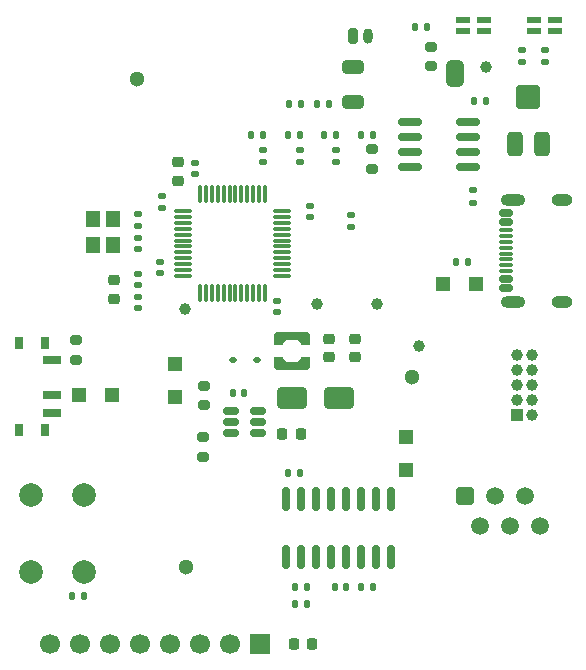
<source format=gbr>
%TF.GenerationSoftware,KiCad,Pcbnew,9.0.1*%
%TF.CreationDate,2025-05-06T23:24:01+02:00*%
%TF.ProjectId,reader,72656164-6572-42e6-9b69-6361645f7063,1.0*%
%TF.SameCoordinates,Original*%
%TF.FileFunction,Soldermask,Top*%
%TF.FilePolarity,Negative*%
%FSLAX46Y46*%
G04 Gerber Fmt 4.6, Leading zero omitted, Abs format (unit mm)*
G04 Created by KiCad (PCBNEW 9.0.1) date 2025-05-06 23:24:01*
%MOMM*%
%LPD*%
G01*
G04 APERTURE LIST*
G04 Aperture macros list*
%AMRoundRect*
0 Rectangle with rounded corners*
0 $1 Rounding radius*
0 $2 $3 $4 $5 $6 $7 $8 $9 X,Y pos of 4 corners*
0 Add a 4 corners polygon primitive as box body*
4,1,4,$2,$3,$4,$5,$6,$7,$8,$9,$2,$3,0*
0 Add four circle primitives for the rounded corners*
1,1,$1+$1,$2,$3*
1,1,$1+$1,$4,$5*
1,1,$1+$1,$6,$7*
1,1,$1+$1,$8,$9*
0 Add four rect primitives between the rounded corners*
20,1,$1+$1,$2,$3,$4,$5,0*
20,1,$1+$1,$4,$5,$6,$7,0*
20,1,$1+$1,$6,$7,$8,$9,0*
20,1,$1+$1,$8,$9,$2,$3,0*%
%AMFreePoly0*
4,1,11,0.760000,0.825000,0.380000,0.510000,0.380000,-0.510000,0.760000,-0.825000,0.760000,-1.525000,-0.125000,-1.525000,-0.380000,-1.270000,-0.380000,1.270000,-0.125000,1.525000,0.760000,1.525000,0.760000,0.825000,0.760000,0.825000,$1*%
%AMFreePoly1*
4,1,23,0.500000,-0.750000,0.000000,-0.750000,0.000000,-0.745722,-0.065263,-0.745722,-0.191342,-0.711940,-0.304381,-0.646677,-0.396677,-0.554381,-0.461940,-0.441342,-0.495722,-0.315263,-0.495722,-0.250000,-0.500000,-0.250000,-0.500000,0.250000,-0.495722,0.250000,-0.495722,0.315263,-0.461940,0.441342,-0.396677,0.554381,-0.304381,0.646677,-0.191342,0.711940,-0.065263,0.745722,0.000000,0.745722,
0.000000,0.750000,0.500000,0.750000,0.500000,-0.750000,0.500000,-0.750000,$1*%
%AMFreePoly2*
4,1,23,0.000000,0.745722,0.065263,0.745722,0.191342,0.711940,0.304381,0.646677,0.396677,0.554381,0.461940,0.441342,0.495722,0.315263,0.495722,0.250000,0.500000,0.250000,0.500000,-0.250000,0.495722,-0.250000,0.495722,-0.315263,0.461940,-0.441342,0.396677,-0.554381,0.304381,-0.646677,0.191342,-0.711940,0.065263,-0.745722,0.000000,-0.745722,0.000000,-0.750000,-0.500000,-0.750000,
-0.500000,0.750000,0.000000,0.750000,0.000000,0.745722,0.000000,0.745722,$1*%
G04 Aperture macros list end*
%ADD10RoundRect,0.140000X-0.140000X-0.170000X0.140000X-0.170000X0.140000X0.170000X-0.140000X0.170000X0*%
%ADD11RoundRect,0.140000X-0.170000X0.140000X-0.170000X-0.140000X0.170000X-0.140000X0.170000X0.140000X0*%
%ADD12R,1.200000X1.200000*%
%ADD13RoundRect,0.225000X-0.225000X-0.250000X0.225000X-0.250000X0.225000X0.250000X-0.225000X0.250000X0*%
%ADD14RoundRect,0.135000X0.185000X-0.135000X0.185000X0.135000X-0.185000X0.135000X-0.185000X-0.135000X0*%
%ADD15RoundRect,0.200000X-0.275000X0.200000X-0.275000X-0.200000X0.275000X-0.200000X0.275000X0.200000X0*%
%ADD16RoundRect,0.200000X-0.200000X-0.450000X0.200000X-0.450000X0.200000X0.450000X-0.200000X0.450000X0*%
%ADD17O,0.800000X1.300000*%
%ADD18R,1.200000X0.600000*%
%ADD19RoundRect,0.140000X0.170000X-0.140000X0.170000X0.140000X-0.170000X0.140000X-0.170000X-0.140000X0*%
%ADD20RoundRect,0.150000X0.425000X-0.150000X0.425000X0.150000X-0.425000X0.150000X-0.425000X-0.150000X0*%
%ADD21RoundRect,0.075000X0.500000X-0.075000X0.500000X0.075000X-0.500000X0.075000X-0.500000X-0.075000X0*%
%ADD22O,2.100000X1.000000*%
%ADD23O,1.800000X1.000000*%
%ADD24RoundRect,0.250000X0.650000X-0.325000X0.650000X0.325000X-0.650000X0.325000X-0.650000X-0.325000X0*%
%ADD25RoundRect,0.250000X0.400000X0.750000X-0.400000X0.750000X-0.400000X-0.750000X0.400000X-0.750000X0*%
%ADD26RoundRect,0.250000X0.750000X0.750000X-0.750000X0.750000X-0.750000X-0.750000X0.750000X-0.750000X0*%
%ADD27C,1.300000*%
%ADD28RoundRect,0.200000X0.275000X-0.200000X0.275000X0.200000X-0.275000X0.200000X-0.275000X-0.200000X0*%
%ADD29RoundRect,0.150000X0.825000X0.150000X-0.825000X0.150000X-0.825000X-0.150000X0.825000X-0.150000X0*%
%ADD30R,0.800000X1.000000*%
%ADD31R,1.500000X0.700000*%
%ADD32FreePoly0,90.000000*%
%ADD33FreePoly0,270.000000*%
%ADD34C,2.000000*%
%ADD35RoundRect,0.135000X-0.135000X-0.185000X0.135000X-0.185000X0.135000X0.185000X-0.135000X0.185000X0*%
%ADD36RoundRect,0.140000X0.140000X0.170000X-0.140000X0.170000X-0.140000X-0.170000X0.140000X-0.170000X0*%
%ADD37C,1.000000*%
%ADD38FreePoly1,90.000000*%
%ADD39FreePoly2,90.000000*%
%ADD40RoundRect,0.225000X0.250000X-0.225000X0.250000X0.225000X-0.250000X0.225000X-0.250000X-0.225000X0*%
%ADD41RoundRect,0.225000X-0.250000X0.225000X-0.250000X-0.225000X0.250000X-0.225000X0.250000X0.225000X0*%
%ADD42R,1.200000X1.400000*%
%ADD43RoundRect,0.135000X-0.185000X0.135000X-0.185000X-0.135000X0.185000X-0.135000X0.185000X0.135000X0*%
%ADD44R,1.000000X1.000000*%
%ADD45RoundRect,0.112500X-0.187500X-0.112500X0.187500X-0.112500X0.187500X0.112500X-0.187500X0.112500X0*%
%ADD46RoundRect,0.250000X-1.000000X-0.650000X1.000000X-0.650000X1.000000X0.650000X-1.000000X0.650000X0*%
%ADD47R,1.700000X1.700000*%
%ADD48C,1.700000*%
%ADD49RoundRect,0.218750X-0.256250X0.218750X-0.256250X-0.218750X0.256250X-0.218750X0.256250X0.218750X0*%
%ADD50RoundRect,0.135000X0.135000X0.185000X-0.135000X0.185000X-0.135000X-0.185000X0.135000X-0.185000X0*%
%ADD51RoundRect,0.150000X0.150000X-0.825000X0.150000X0.825000X-0.150000X0.825000X-0.150000X-0.825000X0*%
%ADD52RoundRect,0.150000X-0.512500X-0.150000X0.512500X-0.150000X0.512500X0.150000X-0.512500X0.150000X0*%
%ADD53RoundRect,0.075000X-0.662500X-0.075000X0.662500X-0.075000X0.662500X0.075000X-0.662500X0.075000X0*%
%ADD54RoundRect,0.075000X-0.075000X-0.662500X0.075000X-0.662500X0.075000X0.662500X-0.075000X0.662500X0*%
%ADD55RoundRect,0.250000X-0.510000X-0.510000X0.510000X-0.510000X0.510000X0.510000X-0.510000X0.510000X0*%
%ADD56C,1.520000*%
G04 APERTURE END LIST*
%TO.C,JP1*%
G36*
X170090000Y-33640000D02*
G01*
X171590000Y-33640000D01*
X171590000Y-33340000D01*
X170090000Y-33340000D01*
X170090000Y-33640000D01*
G37*
%TD*%
D10*
%TO.C,C19*%
X156720000Y-67300000D03*
X157680000Y-67300000D03*
%TD*%
D11*
%TO.C,C26*%
X160800000Y-40000000D03*
X160800000Y-40960000D03*
%TD*%
D12*
%TO.C,D4*%
X169800000Y-51300000D03*
X172600000Y-51300000D03*
%TD*%
D13*
%TO.C,C12*%
X156225000Y-64000000D03*
X157775000Y-64000000D03*
%TD*%
D14*
%TO.C,R7*%
X178500000Y-32510000D03*
X178500000Y-31490000D03*
%TD*%
D15*
%TO.C,R8*%
X149550000Y-59917500D03*
X149550000Y-61567500D03*
%TD*%
D16*
%TO.C,SP_Conn1*%
X162200000Y-30300000D03*
D17*
X163450000Y-30300000D03*
%TD*%
D18*
%TO.C,LED1*%
X171494400Y-29876600D03*
X173294400Y-29876600D03*
X173294400Y-28926600D03*
X171494400Y-28926600D03*
%TD*%
D19*
%TO.C,C7*%
X146000000Y-44850000D03*
X146000000Y-43890000D03*
%TD*%
D20*
%TO.C,USB-C1*%
X175150000Y-51690000D03*
X175150000Y-50890000D03*
D21*
X175150000Y-49740000D03*
X175150000Y-48740000D03*
X175150000Y-48240000D03*
X175150000Y-47240000D03*
D20*
X175150000Y-46090000D03*
X175150000Y-45290000D03*
X175150000Y-45290000D03*
X175150000Y-46090000D03*
D21*
X175150000Y-46740000D03*
X175150000Y-47740000D03*
X175150000Y-49240000D03*
X175150000Y-50240000D03*
D20*
X175150000Y-50890000D03*
X175150000Y-51690000D03*
D22*
X175725000Y-52810000D03*
D23*
X179905000Y-52810000D03*
D22*
X175725000Y-44170000D03*
D23*
X179905000Y-44170000D03*
%TD*%
D24*
%TO.C,C9*%
X162200000Y-35900000D03*
X162200000Y-32950000D03*
%TD*%
D25*
%TO.C,R2*%
X175900000Y-39500000D03*
D26*
X177050000Y-35500000D03*
D25*
X178200000Y-39500000D03*
%TD*%
D27*
%TO.C,H2*%
X167170000Y-59230000D03*
%TD*%
D28*
%TO.C,R9*%
X149540000Y-65925000D03*
X149540000Y-64275000D03*
%TD*%
D12*
%TO.C,D1*%
X147096000Y-60926000D03*
X147096000Y-58126000D03*
%TD*%
D29*
%TO.C,U1*%
X171965898Y-41405707D03*
X171965898Y-40135707D03*
X171965898Y-38865707D03*
X171965898Y-37595707D03*
X167015898Y-37595707D03*
X167015898Y-38865707D03*
X167015898Y-40135707D03*
X167015898Y-41405707D03*
%TD*%
D13*
%TO.C,C23*%
X157225000Y-81800000D03*
X158775000Y-81800000D03*
%TD*%
D30*
%TO.C,BOOT1*%
X136110000Y-56350000D03*
X133900000Y-56350000D03*
X136110000Y-63650000D03*
X133900000Y-63650000D03*
D31*
X136760000Y-57750000D03*
X136760000Y-60750000D03*
X136760000Y-62250000D03*
%TD*%
D10*
%TO.C,C20*%
X160640000Y-77000000D03*
X161600000Y-77000000D03*
%TD*%
D18*
%TO.C,LED2*%
X177514200Y-29876600D03*
X179314200Y-29876600D03*
X179314200Y-28926600D03*
X177514200Y-28926600D03*
%TD*%
D32*
%TO.C,L1*%
X157000000Y-58270000D03*
D33*
X157000000Y-55730000D03*
%TD*%
D14*
%TO.C,R11*%
X162000000Y-46510000D03*
X162000000Y-45490000D03*
%TD*%
D34*
%TO.C,RESET1*%
X139400000Y-69200000D03*
X139400000Y-75700000D03*
X134900000Y-69200000D03*
X134900000Y-75700000D03*
%TD*%
D35*
%TO.C,R12*%
X170930000Y-49450000D03*
X171950000Y-49450000D03*
%TD*%
D27*
%TO.C,H3*%
X148100000Y-75300000D03*
%TD*%
D12*
%TO.C,D6*%
X139020000Y-60750000D03*
X141820000Y-60750000D03*
%TD*%
D11*
%TO.C,C13*%
X144000000Y-52400000D03*
X144000000Y-53360000D03*
%TD*%
D15*
%TO.C,R10*%
X138790200Y-56071600D03*
X138790200Y-57721600D03*
%TD*%
D19*
%TO.C,C10*%
X145830000Y-50410000D03*
X145830000Y-49450000D03*
%TD*%
D28*
%TO.C,R5*%
X168770000Y-32880000D03*
X168770000Y-31230000D03*
%TD*%
D36*
%TO.C,C16*%
X139400000Y-77750000D03*
X138440000Y-77750000D03*
%TD*%
D37*
%TO.C,TP1*%
X159150000Y-53030000D03*
%TD*%
D35*
%TO.C,R1*%
X172450000Y-35820000D03*
X173470000Y-35820000D03*
%TD*%
D19*
%TO.C,C4*%
X144000000Y-48370000D03*
X144000000Y-47410000D03*
%TD*%
D38*
%TO.C,JP1*%
X170840000Y-34140000D03*
D39*
X170840000Y-32840000D03*
%TD*%
D37*
%TO.C,TP3*%
X173430000Y-32910000D03*
%TD*%
D40*
%TO.C,C2*%
X147400000Y-42575000D03*
X147400000Y-41025000D03*
%TD*%
D27*
%TO.C,H1*%
X143900153Y-33950000D03*
%TD*%
D41*
%TO.C,C15*%
X162350000Y-55950000D03*
X162350000Y-57500000D03*
%TD*%
D19*
%TO.C,C6*%
X148800000Y-42002671D03*
X148800000Y-41042671D03*
%TD*%
%TO.C,C1*%
X144000000Y-46370000D03*
X144000000Y-45410000D03*
%TD*%
D14*
%TO.C,R6*%
X176500000Y-32520000D03*
X176500000Y-31500000D03*
%TD*%
D35*
%TO.C,R14*%
X153580000Y-38700000D03*
X154600000Y-38700000D03*
%TD*%
D11*
%TO.C,C3*%
X155750000Y-52770000D03*
X155750000Y-53730000D03*
%TD*%
D42*
%TO.C,Y1*%
X140150000Y-45790000D03*
X140150000Y-47990000D03*
X141850000Y-47990000D03*
X141850000Y-45790000D03*
%TD*%
D10*
%TO.C,C18*%
X157320000Y-78400000D03*
X158280000Y-78400000D03*
%TD*%
D43*
%TO.C,R13*%
X172400000Y-43400000D03*
X172400000Y-44420000D03*
%TD*%
D11*
%TO.C,C25*%
X157700000Y-40000000D03*
X157700000Y-40960000D03*
%TD*%
%TO.C,C5*%
X158580000Y-44690000D03*
X158580000Y-45650000D03*
%TD*%
D44*
%TO.C,SWD1*%
X176070000Y-62410000D03*
D37*
X177340000Y-62410000D03*
X176070000Y-61140000D03*
X177340000Y-61140000D03*
X176070000Y-59870000D03*
X177340000Y-59870000D03*
X176070000Y-58600000D03*
X177340000Y-58600000D03*
X176070000Y-57330000D03*
X177340000Y-57330000D03*
%TD*%
D45*
%TO.C,D3*%
X152010000Y-57740000D03*
X154110000Y-57740000D03*
%TD*%
D11*
%TO.C,C11*%
X144000000Y-50440000D03*
X144000000Y-51400000D03*
%TD*%
D46*
%TO.C,D2*%
X157000000Y-61000000D03*
X161000000Y-61000000D03*
%TD*%
D41*
%TO.C,C17*%
X160150000Y-55950000D03*
X160150000Y-57500000D03*
%TD*%
D11*
%TO.C,C24*%
X154590000Y-40000000D03*
X154590000Y-40960000D03*
%TD*%
D10*
%TO.C,C14*%
X152010000Y-60570000D03*
X152970000Y-60570000D03*
%TD*%
D47*
%TO.C,RC522*%
X154370000Y-81800000D03*
D48*
X151830000Y-81800000D03*
X149290000Y-81800000D03*
X146750000Y-81800000D03*
X144210000Y-81800000D03*
X141670000Y-81800000D03*
X139130000Y-81800000D03*
X136590000Y-81800000D03*
%TD*%
D10*
%TO.C,C22*%
X162920000Y-77000000D03*
X163880000Y-77000000D03*
%TD*%
D49*
%TO.C,FB1*%
X142000000Y-51012500D03*
X142000000Y-52587500D03*
%TD*%
D50*
%TO.C,R3*%
X157835000Y-36100000D03*
X156815000Y-36100000D03*
%TD*%
D28*
%TO.C,R17*%
X163850000Y-41575000D03*
X163850000Y-39925000D03*
%TD*%
D51*
%TO.C,U4*%
X156555000Y-74475000D03*
X157825000Y-74475000D03*
X159095000Y-74475000D03*
X160365000Y-74475000D03*
X161635000Y-74475000D03*
X162905000Y-74475000D03*
X164175000Y-74475000D03*
X165445000Y-74475000D03*
X165445000Y-69525000D03*
X164175000Y-69525000D03*
X162905000Y-69525000D03*
X161635000Y-69525000D03*
X160365000Y-69525000D03*
X159095000Y-69525000D03*
X157825000Y-69525000D03*
X156555000Y-69525000D03*
%TD*%
D10*
%TO.C,C27*%
X162910000Y-38690000D03*
X163870000Y-38690000D03*
%TD*%
D52*
%TO.C,U3*%
X151862500Y-62050000D03*
X151862500Y-63000000D03*
X151862500Y-63950000D03*
X154137500Y-63950000D03*
X154137500Y-63000000D03*
X154137500Y-62050000D03*
%TD*%
D53*
%TO.C,U2*%
X147837500Y-45140000D03*
X147837500Y-45640000D03*
X147837500Y-46140000D03*
X147837500Y-46640000D03*
X147837500Y-47140000D03*
X147837500Y-47640000D03*
X147837500Y-48140000D03*
X147837500Y-48640000D03*
X147837500Y-49140000D03*
X147837500Y-49640000D03*
X147837500Y-50140000D03*
X147837500Y-50640000D03*
D54*
X149250000Y-52052500D03*
X149750000Y-52052500D03*
X150250000Y-52052500D03*
X150750000Y-52052500D03*
X151250000Y-52052500D03*
X151750000Y-52052500D03*
X152250000Y-52052500D03*
X152750000Y-52052500D03*
X153250000Y-52052500D03*
X153750000Y-52052500D03*
X154250000Y-52052500D03*
X154750000Y-52052500D03*
D53*
X156162500Y-50640000D03*
X156162500Y-50140000D03*
X156162500Y-49640000D03*
X156162500Y-49140000D03*
X156162500Y-48640000D03*
X156162500Y-48140000D03*
X156162500Y-47640000D03*
X156162500Y-47140000D03*
X156162500Y-46640000D03*
X156162500Y-46140000D03*
X156162500Y-45640000D03*
X156162500Y-45140000D03*
D54*
X154750000Y-43727500D03*
X154250000Y-43727500D03*
X153750000Y-43727500D03*
X153250000Y-43727500D03*
X152750000Y-43727500D03*
X152250000Y-43727500D03*
X151750000Y-43727500D03*
X151250000Y-43727500D03*
X150750000Y-43727500D03*
X150250000Y-43727500D03*
X149750000Y-43727500D03*
X149250000Y-43727500D03*
%TD*%
D37*
%TO.C,TP5*%
X147950000Y-53450000D03*
%TD*%
D35*
%TO.C,R16*%
X159780000Y-38700000D03*
X160800000Y-38700000D03*
%TD*%
D12*
%TO.C,D5*%
X166700000Y-64300000D03*
X166700000Y-67100000D03*
%TD*%
D37*
%TO.C,TP4*%
X164210000Y-53050000D03*
%TD*%
D10*
%TO.C,C21*%
X157320000Y-77000000D03*
X158280000Y-77000000D03*
%TD*%
D35*
%TO.C,R15*%
X156680000Y-38700000D03*
X157700000Y-38700000D03*
%TD*%
%TO.C,R4*%
X167490000Y-29600000D03*
X168510000Y-29600000D03*
%TD*%
D36*
%TO.C,C8*%
X160130000Y-36100000D03*
X159170000Y-36100000D03*
%TD*%
D37*
%TO.C,TP2*%
X167750000Y-56600000D03*
%TD*%
D55*
%TO.C,RJ12*%
X171720000Y-69230000D03*
D56*
X172990000Y-71770000D03*
X174260000Y-69230000D03*
X175530000Y-71770000D03*
X176800000Y-69230000D03*
X178070000Y-71770000D03*
%TD*%
M02*

</source>
